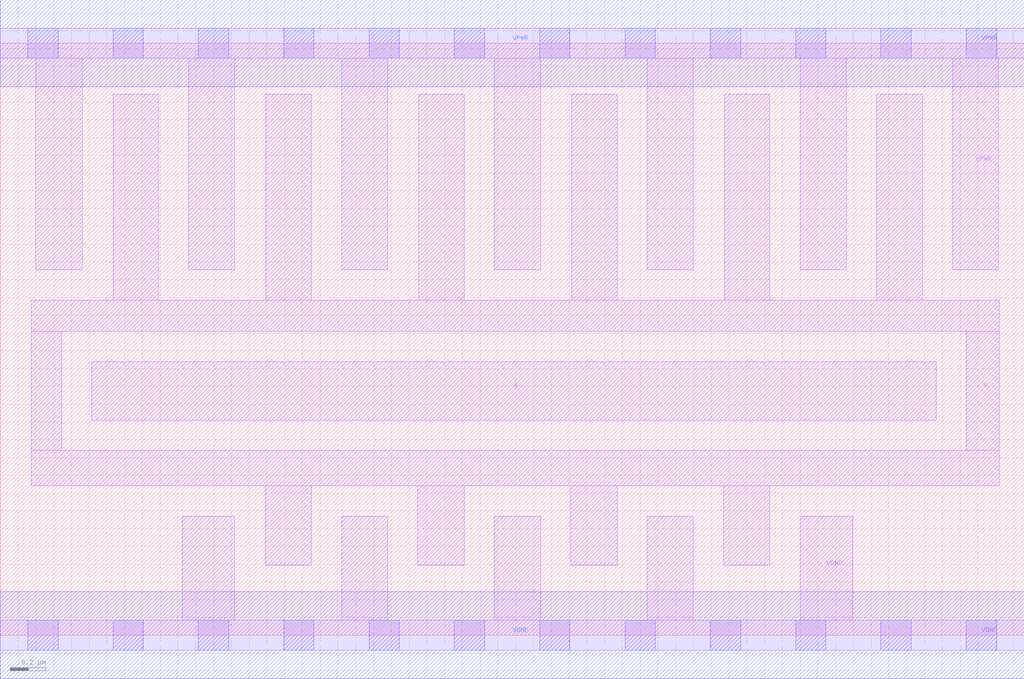
<source format=lef>
# Copyright 2020 The SkyWater PDK Authors
#
# Licensed under the Apache License, Version 2.0 (the "License");
# you may not use this file except in compliance with the License.
# You may obtain a copy of the License at
#
#     https://www.apache.org/licenses/LICENSE-2.0
#
# Unless required by applicable law or agreed to in writing, software
# distributed under the License is distributed on an "AS IS" BASIS,
# WITHOUT WARRANTIES OR CONDITIONS OF ANY KIND, either express or implied.
# See the License for the specific language governing permissions and
# limitations under the License.
#
# SPDX-License-Identifier: Apache-2.0

VERSION 5.7 ;
  NAMESCASESENSITIVE ON ;
  NOWIREEXTENSIONATPIN ON ;
  DIVIDERCHAR "/" ;
  BUSBITCHARS "[]" ;
UNITS
  DATABASE MICRONS 200 ;
END UNITS
MACRO sky130_fd_sc_lp__clkinv_8
  CLASS CORE ;
  SOURCE USER ;
  FOREIGN sky130_fd_sc_lp__clkinv_8 ;
  ORIGIN  0.000000  0.000000 ;
  SIZE  5.760000 BY  3.330000 ;
  SYMMETRY X Y R90 ;
  SITE unit ;
  PIN A
    ANTENNAGATEAREA  2.772000 ;
    DIRECTION INPUT ;
    USE SIGNAL ;
    PORT
      LAYER li1 ;
        RECT 0.515000 1.210000 5.265000 1.540000 ;
    END
  END A
  PIN Y
    ANTENNADIFFAREA  2.587200 ;
    DIRECTION OUTPUT ;
    USE SIGNAL ;
    PORT
      LAYER li1 ;
        RECT 0.175000 0.840000 5.620000 1.040000 ;
        RECT 0.175000 1.040000 0.345000 1.710000 ;
        RECT 0.175000 1.710000 5.620000 1.885000 ;
        RECT 0.635000 1.885000 0.890000 3.045000 ;
        RECT 1.490000 0.395000 1.750000 0.840000 ;
        RECT 1.495000 1.885000 1.750000 3.045000 ;
        RECT 2.350000 0.395000 2.610000 0.840000 ;
        RECT 2.355000 1.885000 2.610000 3.045000 ;
        RECT 3.210000 0.395000 3.470000 0.840000 ;
        RECT 3.215000 1.885000 3.470000 3.045000 ;
        RECT 4.070000 0.395000 4.330000 0.840000 ;
        RECT 4.075000 1.885000 4.330000 3.045000 ;
        RECT 4.930000 1.885000 5.190000 3.045000 ;
        RECT 5.435000 1.040000 5.620000 1.710000 ;
    END
  END Y
  PIN VGND
    DIRECTION INOUT ;
    USE GROUND ;
    PORT
      LAYER li1 ;
        RECT 0.000000 -0.085000 5.760000 0.085000 ;
        RECT 1.025000  0.085000 1.320000 0.670000 ;
        RECT 1.920000  0.085000 2.180000 0.670000 ;
        RECT 2.780000  0.085000 3.040000 0.670000 ;
        RECT 3.640000  0.085000 3.900000 0.670000 ;
        RECT 4.500000  0.085000 4.795000 0.670000 ;
      LAYER mcon ;
        RECT 0.155000 -0.085000 0.325000 0.085000 ;
        RECT 0.635000 -0.085000 0.805000 0.085000 ;
        RECT 1.115000 -0.085000 1.285000 0.085000 ;
        RECT 1.595000 -0.085000 1.765000 0.085000 ;
        RECT 2.075000 -0.085000 2.245000 0.085000 ;
        RECT 2.555000 -0.085000 2.725000 0.085000 ;
        RECT 3.035000 -0.085000 3.205000 0.085000 ;
        RECT 3.515000 -0.085000 3.685000 0.085000 ;
        RECT 3.995000 -0.085000 4.165000 0.085000 ;
        RECT 4.475000 -0.085000 4.645000 0.085000 ;
        RECT 4.955000 -0.085000 5.125000 0.085000 ;
        RECT 5.435000 -0.085000 5.605000 0.085000 ;
      LAYER met1 ;
        RECT 0.000000 -0.245000 5.760000 0.245000 ;
    END
  END VGND
  PIN VPWR
    DIRECTION INOUT ;
    USE POWER ;
    PORT
      LAYER li1 ;
        RECT 0.000000 3.245000 5.760000 3.415000 ;
        RECT 0.200000 2.055000 0.460000 3.245000 ;
        RECT 1.060000 2.055000 1.320000 3.245000 ;
        RECT 1.920000 2.055000 2.180000 3.245000 ;
        RECT 2.780000 2.055000 3.040000 3.245000 ;
        RECT 3.640000 2.055000 3.900000 3.245000 ;
        RECT 4.500000 2.055000 4.760000 3.245000 ;
        RECT 5.360000 2.055000 5.615000 3.245000 ;
      LAYER mcon ;
        RECT 0.155000 3.245000 0.325000 3.415000 ;
        RECT 0.635000 3.245000 0.805000 3.415000 ;
        RECT 1.115000 3.245000 1.285000 3.415000 ;
        RECT 1.595000 3.245000 1.765000 3.415000 ;
        RECT 2.075000 3.245000 2.245000 3.415000 ;
        RECT 2.555000 3.245000 2.725000 3.415000 ;
        RECT 3.035000 3.245000 3.205000 3.415000 ;
        RECT 3.515000 3.245000 3.685000 3.415000 ;
        RECT 3.995000 3.245000 4.165000 3.415000 ;
        RECT 4.475000 3.245000 4.645000 3.415000 ;
        RECT 4.955000 3.245000 5.125000 3.415000 ;
        RECT 5.435000 3.245000 5.605000 3.415000 ;
      LAYER met1 ;
        RECT 0.000000 3.085000 5.760000 3.575000 ;
    END
  END VPWR
END sky130_fd_sc_lp__clkinv_8

</source>
